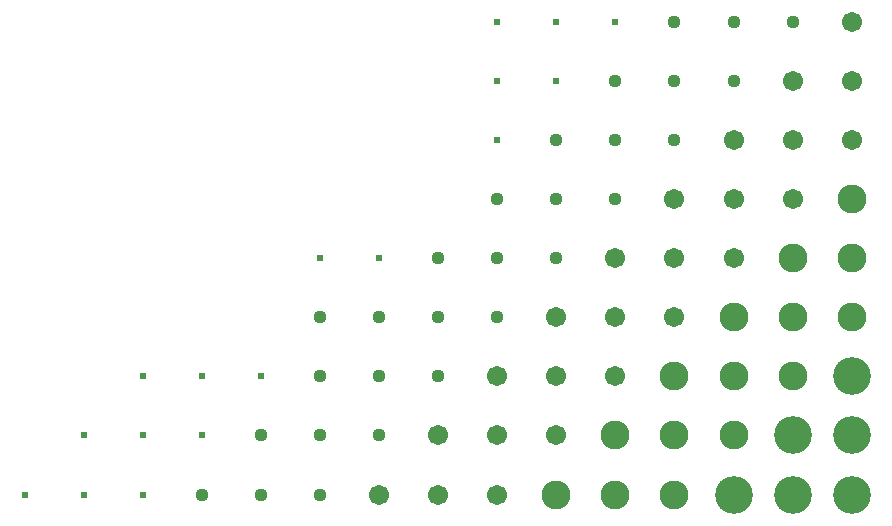
<source format=gts>
G75*
%MOIN*%
%OFA0B0*%
%FSLAX25Y25*%
%IPPOS*%
%LPD*%
%AMOC8*
5,1,8,0,0,1.08239X$1,22.5*
%
%ADD10C,0.12611*%
%ADD11C,0.09658*%
%ADD12C,0.06706*%
%ADD13C,0.04369*%
%ADD14C,0.02400*%
D10*
X0281315Y0025409D03*
X0301000Y0025409D03*
X0320685Y0025409D03*
X0320685Y0045094D03*
X0301000Y0045094D03*
X0320685Y0064780D03*
D11*
X0301000Y0064780D03*
X0281315Y0064780D03*
X0261630Y0064780D03*
X0281315Y0084465D03*
X0301000Y0084465D03*
X0320685Y0084465D03*
X0320685Y0104150D03*
X0301000Y0104150D03*
X0320685Y0123835D03*
X0281315Y0045094D03*
X0261630Y0045094D03*
X0241945Y0045094D03*
X0241945Y0025409D03*
X0222260Y0025409D03*
X0261630Y0025409D03*
D12*
X0222260Y0045094D03*
X0202575Y0045094D03*
X0182890Y0045094D03*
X0182890Y0025409D03*
X0163205Y0025409D03*
X0202575Y0025409D03*
X0202575Y0064780D03*
X0222260Y0064780D03*
X0241945Y0064780D03*
X0241945Y0084465D03*
X0222260Y0084465D03*
X0241945Y0104150D03*
X0261630Y0104150D03*
X0281315Y0104150D03*
X0281315Y0123835D03*
X0301000Y0123835D03*
X0301000Y0143520D03*
X0281315Y0143520D03*
X0261630Y0123835D03*
X0320685Y0143520D03*
X0320685Y0163205D03*
X0301000Y0163205D03*
X0320685Y0182890D03*
X0261630Y0084465D03*
D13*
X0222260Y0104150D03*
X0202575Y0104150D03*
X0182890Y0104150D03*
X0202575Y0123835D03*
X0222260Y0123835D03*
X0241945Y0123835D03*
X0241945Y0143520D03*
X0222260Y0143520D03*
X0241945Y0163205D03*
X0261630Y0163205D03*
X0281315Y0163205D03*
X0281315Y0182890D03*
X0301000Y0182890D03*
X0261630Y0182890D03*
X0261630Y0143520D03*
X0202575Y0084465D03*
X0182890Y0084465D03*
X0163205Y0084465D03*
X0143520Y0084465D03*
X0143520Y0064780D03*
X0163205Y0064780D03*
X0182890Y0064780D03*
X0163205Y0045094D03*
X0143520Y0045094D03*
X0123835Y0045094D03*
X0123835Y0025409D03*
X0104150Y0025409D03*
X0143520Y0025409D03*
D14*
X0045094Y0025409D03*
X0064780Y0025409D03*
X0084465Y0025409D03*
X0084465Y0045094D03*
X0104150Y0045094D03*
X0104150Y0064780D03*
X0123835Y0064780D03*
X0084465Y0064780D03*
X0064780Y0045094D03*
X0143520Y0104150D03*
X0163205Y0104150D03*
X0202575Y0143520D03*
X0202575Y0163205D03*
X0222260Y0163205D03*
X0222260Y0182890D03*
X0241945Y0182890D03*
X0202575Y0182890D03*
M02*

</source>
